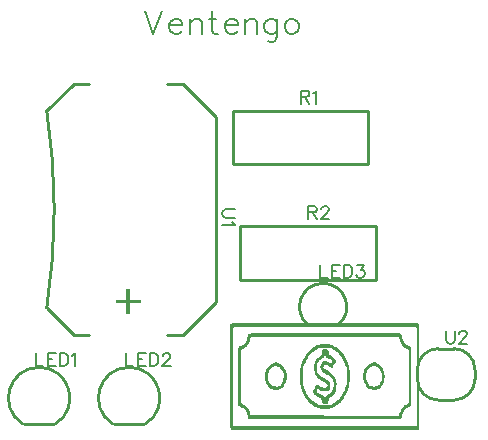
<source format=gto>
G04 Layer: TopSilkscreenLayer*
G04 EasyEDA v6.5.50, 2025-06-19 07:24:45*
G04 7d549219ca2640139f8de253ff9de405,3f078cb1506742e7acfa9f53f525b8a4,10*
G04 Gerber Generator version 0.2*
G04 Scale: 100 percent, Rotated: No, Reflected: No *
G04 Dimensions in millimeters *
G04 leading zeros omitted , absolute positions ,4 integer and 5 decimal *
%FSLAX45Y45*%
%MOMM*%

%ADD10C,0.2032*%
%ADD11C,0.1524*%
%ADD12C,0.2540*%
%ADD13C,0.0153*%

%LPD*%
G36*
X4635449Y2985414D02*
G01*
X3063544Y2985312D01*
X3054045Y2977337D01*
X3050032Y2977337D01*
X3050032Y2127859D01*
X3071469Y2127859D01*
X3071469Y2942996D01*
X3072333Y2948635D01*
X3079445Y2951734D01*
X3088436Y2952953D01*
X4617923Y2952750D01*
X4627067Y2948736D01*
X4628642Y2938576D01*
X4628642Y2132228D01*
X4627067Y2122068D01*
X4617212Y2118055D01*
X3082188Y2118055D01*
X3072333Y2122068D01*
X3071469Y2127859D01*
X3050032Y2127859D01*
X3050032Y2094382D01*
X3054705Y2094382D01*
X3056636Y2091385D01*
X3063798Y2085390D01*
X4635449Y2085390D01*
X4643882Y2091791D01*
X4647996Y2099106D01*
X4650079Y2108149D01*
X4650079Y2962706D01*
X4647996Y2971698D01*
X4643882Y2979013D01*
G37*
G36*
X3223869Y2899257D02*
G01*
X3212795Y2897835D01*
X3207461Y2896108D01*
X3202736Y2890164D01*
X3198672Y2879547D01*
X3198672Y2875838D01*
X3194558Y2855976D01*
X3189579Y2845409D01*
X3182416Y2826613D01*
X3176168Y2818942D01*
X3163112Y2804820D01*
X3151987Y2799537D01*
X3137509Y2794609D01*
X3126435Y2790240D01*
X3121152Y2783687D01*
X3118358Y2777845D01*
X3116478Y2763977D01*
X3116478Y2318461D01*
X3139897Y2318461D01*
X3139897Y2752547D01*
X3144418Y2763977D01*
X3154070Y2766822D01*
X3161690Y2771800D01*
X3163722Y2774035D01*
X3173425Y2778099D01*
X3177590Y2780792D01*
X3182569Y2786380D01*
X3190494Y2793492D01*
X3199638Y2807817D01*
X3204362Y2813964D01*
X3207054Y2821838D01*
X3214268Y2835554D01*
X3217926Y2847187D01*
X3220008Y2857042D01*
X3225038Y2867304D01*
X4474311Y2867304D01*
X4479290Y2857906D01*
X4483557Y2840939D01*
X4488484Y2829306D01*
X4491888Y2823464D01*
X4494682Y2815234D01*
X4501794Y2804922D01*
X4508449Y2793847D01*
X4516983Y2786024D01*
X4521860Y2780792D01*
X4525975Y2778099D01*
X4535373Y2774137D01*
X4545025Y2766872D01*
X4555032Y2763977D01*
X4559503Y2752547D01*
X4559503Y2318308D01*
X4555032Y2306828D01*
X4545025Y2303983D01*
X4535373Y2296718D01*
X4525975Y2292705D01*
X4521860Y2290064D01*
X4516983Y2284780D01*
X4508601Y2277059D01*
X4499813Y2262987D01*
X4495088Y2256891D01*
X4491024Y2246020D01*
X4484268Y2231999D01*
X4478629Y2211832D01*
X4474514Y2203500D01*
X3224580Y2203958D01*
X3220008Y2213813D01*
X3217926Y2223617D01*
X3214268Y2235200D01*
X3205581Y2252065D01*
X3205581Y2254402D01*
X3198266Y2264765D01*
X3190544Y2277313D01*
X3182569Y2284476D01*
X3177590Y2290013D01*
X3174593Y2292045D01*
X3164433Y2296769D01*
X3158896Y2301646D01*
X3154476Y2304592D01*
X3143961Y2307336D01*
X3139897Y2318461D01*
X3116478Y2318461D01*
X3116478Y2306828D01*
X3118358Y2292959D01*
X3121152Y2287168D01*
X3126435Y2280615D01*
X3137509Y2276246D01*
X3151987Y2271318D01*
X3163316Y2265934D01*
X3175152Y2252726D01*
X3179216Y2250033D01*
X3182874Y2243886D01*
X3189071Y2225598D01*
X3194354Y2215540D01*
X3198672Y2196084D01*
X3198672Y2191410D01*
X3201924Y2182469D01*
X3206902Y2175052D01*
X3216960Y2171750D01*
X4482439Y2171750D01*
X4492498Y2175052D01*
X4497476Y2182469D01*
X4500727Y2191410D01*
X4500778Y2194763D01*
X4505858Y2215591D01*
X4509871Y2224125D01*
X4516475Y2243632D01*
X4519523Y2249170D01*
X4526686Y2255113D01*
X4535627Y2265527D01*
X4544669Y2270861D01*
X4561230Y2275992D01*
X4573422Y2280767D01*
X4580229Y2290368D01*
X4582668Y2299665D01*
X4583074Y2761284D01*
X4581550Y2775610D01*
X4578908Y2782824D01*
X4572965Y2790240D01*
X4561941Y2794660D01*
X4545533Y2799435D01*
X4536795Y2804058D01*
X4526686Y2815691D01*
X4519523Y2821635D01*
X4516526Y2827121D01*
X4509312Y2848102D01*
X4505858Y2855264D01*
X4499356Y2884170D01*
X4493056Y2895041D01*
X4487265Y2896971D01*
X4482439Y2899054D01*
G37*
G36*
X3843832Y2812542D02*
G01*
X3837635Y2811780D01*
X3817569Y2808122D01*
X3803040Y2803956D01*
X3788562Y2801061D01*
X3778300Y2797454D01*
X3768090Y2791358D01*
X3760215Y2785262D01*
X3750818Y2781300D01*
X3738778Y2770124D01*
X3729228Y2764434D01*
X3720795Y2756611D01*
X3715969Y2750566D01*
X3706977Y2741371D01*
X3687572Y2715666D01*
X3682593Y2705862D01*
X3678174Y2700477D01*
X3672230Y2689758D01*
X3667861Y2677972D01*
X3662273Y2669235D01*
X3659428Y2662021D01*
X3656228Y2649829D01*
X3651300Y2639314D01*
X3647236Y2627630D01*
X3644493Y2614574D01*
X3642207Y2595778D01*
X3639058Y2577033D01*
X3635908Y2550160D01*
X3635959Y2519730D01*
X3636378Y2516174D01*
X3661460Y2516174D01*
X3661460Y2554630D01*
X3663187Y2584196D01*
X3665169Y2602941D01*
X3676904Y2635351D01*
X3681628Y2651760D01*
X3686708Y2659735D01*
X3691991Y2674518D01*
X3704336Y2691638D01*
X3710279Y2704033D01*
X3715613Y2708960D01*
X3719423Y2715869D01*
X3729024Y2723591D01*
X3742232Y2739593D01*
X3749852Y2743911D01*
X3753967Y2746857D01*
X3760520Y2753461D01*
X3777487Y2760980D01*
X3797046Y2774238D01*
X3818280Y2777642D01*
X3888079Y2777185D01*
X3901897Y2774340D01*
X3923995Y2759964D01*
X3938066Y2754833D01*
X3942689Y2750718D01*
X3946804Y2745740D01*
X3957167Y2739542D01*
X3970426Y2723591D01*
X3979976Y2715869D01*
X3983786Y2708960D01*
X3989120Y2704033D01*
X3995115Y2691638D01*
X4007459Y2674518D01*
X4010761Y2664663D01*
X4013047Y2659329D01*
X4017822Y2651556D01*
X4022496Y2635351D01*
X4034231Y2602941D01*
X4036263Y2584196D01*
X4037990Y2554630D01*
X4037990Y2516174D01*
X4036263Y2486660D01*
X4034231Y2467864D01*
X4022496Y2435453D01*
X4017924Y2419451D01*
X4012285Y2410256D01*
X4007104Y2394153D01*
X3995165Y2379319D01*
X3988968Y2366314D01*
X3986682Y2365349D01*
X3980535Y2356866D01*
X3979976Y2355037D01*
X3969664Y2346452D01*
X3958894Y2331720D01*
X3946398Y2324963D01*
X3939286Y2317699D01*
X3926890Y2311755D01*
X3901897Y2296515D01*
X3886708Y2293924D01*
X3860393Y2292096D01*
X3834129Y2292096D01*
X3812032Y2293975D01*
X3797503Y2296566D01*
X3772509Y2311755D01*
X3759962Y2317800D01*
X3753967Y2323998D01*
X3749852Y2326944D01*
X3742232Y2331262D01*
X3729024Y2347214D01*
X3719423Y2354935D01*
X3715613Y2361844D01*
X3710279Y2366772D01*
X3704285Y2379319D01*
X3692296Y2394153D01*
X3687165Y2410155D01*
X3681222Y2420061D01*
X3675430Y2441905D01*
X3665270Y2467102D01*
X3663187Y2486660D01*
X3661460Y2516174D01*
X3636378Y2516174D01*
X3638905Y2494686D01*
X3642309Y2474112D01*
X3645103Y2452065D01*
X3648608Y2438704D01*
X3652875Y2427681D01*
X3656329Y2420620D01*
X3659632Y2408123D01*
X3663289Y2399893D01*
X3667760Y2391816D01*
X3670604Y2383383D01*
X3674872Y2375306D01*
X3684168Y2362098D01*
X3689553Y2352090D01*
X3710432Y2325522D01*
X3718051Y2319070D01*
X3722166Y2313381D01*
X3730650Y2305507D01*
X3738778Y2300732D01*
X3750919Y2289454D01*
X3760876Y2285390D01*
X3768445Y2279294D01*
X3778300Y2273350D01*
X3788562Y2269744D01*
X3803040Y2266848D01*
X3817975Y2262581D01*
X3839006Y2258618D01*
X3860393Y2258618D01*
X3881475Y2262581D01*
X3896360Y2266848D01*
X3910888Y2269744D01*
X3920947Y2273300D01*
X3929989Y2278583D01*
X3938117Y2284984D01*
X3947566Y2289149D01*
X3952341Y2292248D01*
X3960368Y2300325D01*
X3969613Y2306167D01*
X3976522Y2312873D01*
X3982770Y2320340D01*
X3988968Y2325573D01*
X4009847Y2352090D01*
X4015232Y2362047D01*
X4023309Y2373833D01*
X4027220Y2381199D01*
X4031335Y2392172D01*
X4037533Y2402535D01*
X4039920Y2408732D01*
X4043172Y2420975D01*
X4048099Y2431542D01*
X4052214Y2443175D01*
X4054906Y2456230D01*
X4057192Y2475026D01*
X4060494Y2494330D01*
X4063542Y2521559D01*
X4063542Y2549296D01*
X4060494Y2576525D01*
X4057192Y2595778D01*
X4054906Y2614574D01*
X4052214Y2627630D01*
X4048099Y2639314D01*
X4043172Y2649829D01*
X4039920Y2662123D01*
X4037533Y2668270D01*
X4031335Y2678684D01*
X4027170Y2689758D01*
X4021277Y2700477D01*
X4016857Y2705862D01*
X4011828Y2715666D01*
X3991356Y2742692D01*
X3983583Y2749702D01*
X3975150Y2759557D01*
X3968546Y2765450D01*
X3960622Y2770124D01*
X3948582Y2781300D01*
X3939235Y2785313D01*
X3927449Y2794000D01*
X3917086Y2799130D01*
X3898442Y2804515D01*
X3881170Y2808224D01*
X3861917Y2811881D01*
G37*
G36*
X3845204Y2769616D02*
G01*
X3836212Y2766060D01*
X3826967Y2757170D01*
X3824173Y2751328D01*
X3822090Y2726944D01*
X3818432Y2715209D01*
X3816553Y2715209D01*
X3804615Y2709418D01*
X3796436Y2700223D01*
X3788562Y2694787D01*
X3782669Y2688285D01*
X3775811Y2675432D01*
X3770985Y2670454D01*
X3767582Y2662885D01*
X3764584Y2650388D01*
X3760520Y2637485D01*
X3756863Y2618181D01*
X3756863Y2611018D01*
X3781602Y2611018D01*
X3783990Y2628900D01*
X3786987Y2645918D01*
X3789476Y2652318D01*
X3796334Y2661412D01*
X3800094Y2669692D01*
X3807917Y2674772D01*
X3816451Y2684678D01*
X3818940Y2685592D01*
X3827272Y2687624D01*
X3836212Y2691384D01*
X3843934Y2701391D01*
X3847541Y2715666D01*
X3849217Y2727299D01*
X3854094Y2739847D01*
X3856583Y2732684D01*
X3857853Y2723743D01*
X3859326Y2708910D01*
X3862222Y2700477D01*
X3866642Y2694482D01*
X3871722Y2690266D01*
X3890111Y2686405D01*
X3898595Y2683052D01*
X3903979Y2677464D01*
X3908094Y2674772D01*
X3912615Y2669235D01*
X3911701Y2657551D01*
X3908196Y2651150D01*
X3899306Y2647848D01*
X3896360Y2650236D01*
X3881170Y2660396D01*
X3858768Y2662682D01*
X3839667Y2661818D01*
X3829507Y2657195D01*
X3824071Y2652522D01*
X3819093Y2642311D01*
X3813962Y2635046D01*
X3811066Y2623515D01*
X3810152Y2611577D01*
X3813251Y2599385D01*
X3822141Y2583840D01*
X3829304Y2577642D01*
X3834333Y2571343D01*
X3841089Y2566924D01*
X3848150Y2564180D01*
X3852824Y2561132D01*
X3863035Y2553106D01*
X3869385Y2549601D01*
X3881120Y2545994D01*
X3885285Y2543200D01*
X3892194Y2535174D01*
X3900525Y2529890D01*
X3903878Y2524099D01*
X3909314Y2518867D01*
X3915156Y2508148D01*
X3921404Y2492908D01*
X3925925Y2475941D01*
X3926636Y2463800D01*
X3924909Y2449982D01*
X3921658Y2435656D01*
X3918458Y2425801D01*
X3907434Y2403449D01*
X3894429Y2392324D01*
X3890721Y2387752D01*
X3883609Y2384247D01*
X3873550Y2382266D01*
X3867912Y2379065D01*
X3862832Y2372563D01*
X3860037Y2365400D01*
X3857091Y2342642D01*
X3854145Y2333802D01*
X3850284Y2342286D01*
X3846829Y2357729D01*
X3842969Y2368550D01*
X3837635Y2375509D01*
X3828338Y2381351D01*
X3820312Y2382520D01*
X3807917Y2385364D01*
X3800957Y2388819D01*
X3796487Y2393289D01*
X3788867Y2397607D01*
X3783482Y2402027D01*
X3782314Y2413304D01*
X3786022Y2424938D01*
X3790899Y2429611D01*
X3800957Y2424938D01*
X3808577Y2417470D01*
X3818280Y2411272D01*
X3828643Y2409291D01*
X3850741Y2407310D01*
X3861104Y2408478D01*
X3872179Y2411272D01*
X3874719Y2413000D01*
X3889451Y2430830D01*
X3892397Y2437079D01*
X3894277Y2450846D01*
X3894277Y2474112D01*
X3890873Y2483053D01*
X3876090Y2501138D01*
X3867150Y2506624D01*
X3859733Y2513990D01*
X3848658Y2521102D01*
X3839006Y2523947D01*
X3830421Y2527452D01*
X3825849Y2531821D01*
X3812844Y2539949D01*
X3805783Y2548382D01*
X3794302Y2560929D01*
X3790442Y2564079D01*
X3787343Y2573426D01*
X3782466Y2597607D01*
X3781602Y2611018D01*
X3756863Y2611018D01*
X3756863Y2600299D01*
X3759301Y2589530D01*
X3764584Y2571648D01*
X3766007Y2562504D01*
X3768953Y2552344D01*
X3776167Y2542133D01*
X3779316Y2535478D01*
X3785108Y2529636D01*
X3786886Y2526436D01*
X3796741Y2516276D01*
X3809644Y2509570D01*
X3815994Y2502357D01*
X3823106Y2498953D01*
X3834637Y2494889D01*
X3841750Y2488641D01*
X3863898Y2474823D01*
X3866184Y2471420D01*
X3872280Y2459583D01*
X3867200Y2448661D01*
X3864711Y2445054D01*
X3854500Y2436114D01*
X3842207Y2436114D01*
X3826560Y2442210D01*
X3818890Y2446426D01*
X3812032Y2451963D01*
X3801821Y2458923D01*
X3797503Y2464866D01*
X3791661Y2469388D01*
X3780942Y2466340D01*
X3768394Y2449982D01*
X3764432Y2437434D01*
X3757218Y2427224D01*
X3752850Y2415794D01*
X3751478Y2402738D01*
X3752240Y2398776D01*
X3760876Y2386330D01*
X3769868Y2376576D01*
X3773322Y2373833D01*
X3779977Y2370632D01*
X3787140Y2364333D01*
X3793490Y2360168D01*
X3801668Y2357526D01*
X3812032Y2355494D01*
X3818280Y2350312D01*
X3820820Y2344775D01*
X3823258Y2331008D01*
X3824122Y2319477D01*
X3827170Y2313736D01*
X3835654Y2306269D01*
X3844544Y2302611D01*
X3865270Y2303576D01*
X3872433Y2305608D01*
X3877970Y2313432D01*
X3880104Y2320036D01*
X3881424Y2334564D01*
X3882796Y2343708D01*
X3887825Y2354783D01*
X3903522Y2362911D01*
X3906012Y2366467D01*
X3918559Y2376017D01*
X3931818Y2394051D01*
X3934968Y2402535D01*
X3940860Y2412390D01*
X3945686Y2424938D01*
X3947160Y2441905D01*
X3948379Y2471420D01*
X3947109Y2491130D01*
X3945077Y2503576D01*
X3941267Y2513380D01*
X3934917Y2522423D01*
X3929837Y2534970D01*
X3924300Y2540050D01*
X3918915Y2549448D01*
X3913581Y2554935D01*
X3901440Y2562199D01*
X3893921Y2571089D01*
X3883202Y2576525D01*
X3870096Y2585212D01*
X3863898Y2589885D01*
X3850741Y2594711D01*
X3844544Y2598775D01*
X3841953Y2604465D01*
X3837686Y2610713D01*
X3839362Y2623312D01*
X3845153Y2634691D01*
X3859733Y2634691D01*
X3871468Y2631084D01*
X3881831Y2625547D01*
X3886708Y2620721D01*
X3891534Y2617063D01*
X3907536Y2608783D01*
X3909212Y2608783D01*
X3916527Y2614828D01*
X3929887Y2636977D01*
X3934917Y2650388D01*
X3940048Y2657652D01*
X3943146Y2669692D01*
X3938371Y2682595D01*
X3929938Y2694330D01*
X3919169Y2701086D01*
X3912209Y2707995D01*
X3907129Y2710738D01*
X3891534Y2715463D01*
X3889654Y2717393D01*
X3884472Y2727299D01*
X3880815Y2741218D01*
X3880815Y2751074D01*
X3877462Y2759608D01*
X3871417Y2766872D01*
X3860393Y2768854D01*
G37*
G36*
X3439718Y2653487D02*
G01*
X3429863Y2653233D01*
X3424986Y2652623D01*
X3413963Y2649677D01*
X3407054Y2645765D01*
X3398113Y2643479D01*
X3390696Y2639923D01*
X3386124Y2634742D01*
X3373882Y2624175D01*
X3366109Y2615133D01*
X3360165Y2602077D01*
X3352698Y2590444D01*
X3348634Y2579674D01*
X3346653Y2568092D01*
X3343803Y2536190D01*
X3366566Y2536190D01*
X3366566Y2542997D01*
X3368903Y2564485D01*
X3373526Y2574340D01*
X3373526Y2576271D01*
X3377133Y2580589D01*
X3387293Y2597861D01*
X3391814Y2601976D01*
X3401415Y2612593D01*
X3407359Y2615996D01*
X3420160Y2619705D01*
X3431235Y2622092D01*
X3442309Y2621432D01*
X3456787Y2617622D01*
X3467658Y2613914D01*
X3473399Y2606344D01*
X3481120Y2599842D01*
X3482543Y2595778D01*
X3495344Y2577338D01*
X3499967Y2548280D01*
X3502050Y2540558D01*
X3502050Y2530957D01*
X3499307Y2517952D01*
X3495243Y2492908D01*
X3484727Y2478582D01*
X3480562Y2470404D01*
X3474923Y2466086D01*
X3467049Y2456992D01*
X3456127Y2453182D01*
X3440887Y2449322D01*
X3423615Y2450287D01*
X3407511Y2454757D01*
X3401415Y2458212D01*
X3391814Y2468829D01*
X3387191Y2473045D01*
X3377844Y2489352D01*
X3374085Y2493822D01*
X3368801Y2507284D01*
X3366617Y2529332D01*
X3366566Y2536190D01*
X3343803Y2536190D01*
X3343656Y2534513D01*
X3346551Y2503474D01*
X3349091Y2491028D01*
X3353815Y2479497D01*
X3360013Y2468778D01*
X3366109Y2455722D01*
X3374542Y2446121D01*
X3386277Y2436723D01*
X3392373Y2429814D01*
X3400806Y2426462D01*
X3406851Y2425192D01*
X3413963Y2421178D01*
X3424326Y2418181D01*
X3438804Y2417114D01*
X3451707Y2420061D01*
X3463036Y2425242D01*
X3471316Y2427376D01*
X3480663Y2433472D01*
X3485896Y2439568D01*
X3496513Y2446985D01*
X3500069Y2452471D01*
X3504133Y2462885D01*
X3506622Y2464612D01*
X3514344Y2477719D01*
X3517137Y2483967D01*
X3520897Y2499156D01*
X3525062Y2513482D01*
X3526891Y2526893D01*
X3526891Y2543911D01*
X3525062Y2557322D01*
X3520846Y2571648D01*
X3516934Y2587701D01*
X3511804Y2598013D01*
X3502863Y2609596D01*
X3500170Y2617470D01*
X3495040Y2624785D01*
X3485896Y2631287D01*
X3480003Y2637993D01*
X3471316Y2643479D01*
X3463036Y2645714D01*
X3451098Y2650693D01*
G37*
G36*
X4275734Y2653487D02*
G01*
X4258513Y2653284D01*
X4255770Y2652420D01*
X4239158Y2646172D01*
X4228388Y2643632D01*
X4219803Y2638094D01*
X4213402Y2630373D01*
X4203852Y2624124D01*
X4198772Y2616911D01*
X4195267Y2607919D01*
X4192778Y2606192D01*
X4185056Y2593086D01*
X4182262Y2586837D01*
X4178554Y2571648D01*
X4174388Y2557322D01*
X4172508Y2543911D01*
X4172508Y2530957D01*
X4197350Y2530957D01*
X4197350Y2540558D01*
X4199483Y2548280D01*
X4204055Y2577338D01*
X4216908Y2595778D01*
X4218330Y2599842D01*
X4226052Y2606344D01*
X4231690Y2613812D01*
X4240530Y2616860D01*
X4254347Y2620568D01*
X4266539Y2622194D01*
X4276496Y2620264D01*
X4293768Y2615692D01*
X4299305Y2612339D01*
X4304131Y2606090D01*
X4312666Y2597251D01*
X4319270Y2585059D01*
X4324959Y2576118D01*
X4330598Y2563571D01*
X4332833Y2541524D01*
X4332833Y2529332D01*
X4330598Y2507234D01*
X4324959Y2494686D01*
X4319270Y2485745D01*
X4312666Y2473604D01*
X4304131Y2464714D01*
X4299305Y2458466D01*
X4293616Y2454859D01*
X4277207Y2450541D01*
X4266133Y2448661D01*
X4254347Y2450287D01*
X4239869Y2454097D01*
X4231233Y2457704D01*
X4227068Y2464562D01*
X4219752Y2469896D01*
X4214063Y2479497D01*
X4204157Y2492908D01*
X4200093Y2517952D01*
X4197350Y2530957D01*
X4172508Y2530957D01*
X4172508Y2526893D01*
X4174388Y2513482D01*
X4178554Y2499156D01*
X4182262Y2483967D01*
X4185462Y2476804D01*
X4193946Y2462936D01*
X4195267Y2462936D01*
X4199534Y2451760D01*
X4203903Y2445766D01*
X4212894Y2439873D01*
X4220616Y2431694D01*
X4228490Y2427173D01*
X4239158Y2424684D01*
X4256430Y2417826D01*
X4271670Y2417978D01*
X4285589Y2421636D01*
X4291025Y2424582D01*
X4303318Y2428138D01*
X4309872Y2431796D01*
X4313123Y2436266D01*
X4324299Y2445004D01*
X4334611Y2458008D01*
X4339336Y2470556D01*
X4345736Y2480614D01*
X4350105Y2490470D01*
X4352899Y2504490D01*
X4355846Y2534970D01*
X4353407Y2561793D01*
X4350766Y2577896D01*
X4346194Y2590444D01*
X4339336Y2602077D01*
X4332782Y2615844D01*
X4324197Y2625547D01*
X4313834Y2634132D01*
X4308805Y2639872D01*
X4301286Y2643479D01*
X4292396Y2645714D01*
X4287570Y2648813D01*
G37*
D10*
X2324100Y5627878D02*
G01*
X2398013Y5434076D01*
X2471927Y5627878D02*
G01*
X2398013Y5434076D01*
X2532888Y5507989D02*
G01*
X2643631Y5507989D01*
X2643631Y5526278D01*
X2634488Y5544820D01*
X2625090Y5553963D01*
X2606802Y5563362D01*
X2579115Y5563362D01*
X2560574Y5553963D01*
X2542031Y5535676D01*
X2532888Y5507989D01*
X2532888Y5489447D01*
X2542031Y5461762D01*
X2560574Y5443220D01*
X2579115Y5434076D01*
X2606802Y5434076D01*
X2625090Y5443220D01*
X2643631Y5461762D01*
X2704591Y5563362D02*
G01*
X2704591Y5434076D01*
X2704591Y5526278D02*
G01*
X2732277Y5553963D01*
X2750820Y5563362D01*
X2778506Y5563362D01*
X2797047Y5553963D01*
X2806191Y5526278D01*
X2806191Y5434076D01*
X2894838Y5627878D02*
G01*
X2894838Y5470905D01*
X2904236Y5443220D01*
X2922524Y5434076D01*
X2941065Y5434076D01*
X2867152Y5563362D02*
G01*
X2931922Y5563362D01*
X3002025Y5507989D02*
G01*
X3112770Y5507989D01*
X3112770Y5526278D01*
X3103625Y5544820D01*
X3094481Y5553963D01*
X3075940Y5563362D01*
X3048254Y5563362D01*
X3029711Y5553963D01*
X3011170Y5535676D01*
X3002025Y5507989D01*
X3002025Y5489447D01*
X3011170Y5461762D01*
X3029711Y5443220D01*
X3048254Y5434076D01*
X3075940Y5434076D01*
X3094481Y5443220D01*
X3112770Y5461762D01*
X3173729Y5563362D02*
G01*
X3173729Y5434076D01*
X3173729Y5526278D02*
G01*
X3201670Y5553963D01*
X3219958Y5563362D01*
X3247643Y5563362D01*
X3266186Y5553963D01*
X3275329Y5526278D01*
X3275329Y5434076D01*
X3447288Y5563362D02*
G01*
X3447288Y5415534D01*
X3437890Y5387847D01*
X3428745Y5378450D01*
X3410204Y5369305D01*
X3382518Y5369305D01*
X3364229Y5378450D01*
X3447288Y5535676D02*
G01*
X3428745Y5553963D01*
X3410204Y5563362D01*
X3382518Y5563362D01*
X3364229Y5553963D01*
X3345688Y5535676D01*
X3336290Y5507989D01*
X3336290Y5489447D01*
X3345688Y5461762D01*
X3364229Y5443220D01*
X3382518Y5434076D01*
X3410204Y5434076D01*
X3428745Y5443220D01*
X3447288Y5461762D01*
X3554475Y5563362D02*
G01*
X3535934Y5553963D01*
X3517391Y5535676D01*
X3508247Y5507989D01*
X3508247Y5489447D01*
X3517391Y5461762D01*
X3535934Y5443220D01*
X3554475Y5434076D01*
X3582161Y5434076D01*
X3600450Y5443220D01*
X3618991Y5461762D01*
X3628390Y5489447D01*
X3628390Y5507989D01*
X3618991Y5535676D01*
X3600450Y5553963D01*
X3582161Y5563362D01*
X3554475Y5563362D01*
D11*
X3810000Y3480815D02*
G01*
X3810000Y3371850D01*
X3810000Y3371850D02*
G01*
X3872229Y3371850D01*
X3906520Y3480815D02*
G01*
X3906520Y3371850D01*
X3906520Y3480815D02*
G01*
X3974084Y3480815D01*
X3906520Y3429000D02*
G01*
X3948175Y3429000D01*
X3906520Y3371850D02*
G01*
X3974084Y3371850D01*
X4008374Y3480815D02*
G01*
X4008374Y3371850D01*
X4008374Y3480815D02*
G01*
X4044950Y3480815D01*
X4060443Y3475736D01*
X4070858Y3465321D01*
X4075938Y3454907D01*
X4081272Y3439160D01*
X4081272Y3413252D01*
X4075938Y3397757D01*
X4070858Y3387344D01*
X4060443Y3376929D01*
X4044950Y3371850D01*
X4008374Y3371850D01*
X4125975Y3480815D02*
G01*
X4183125Y3480815D01*
X4151884Y3439160D01*
X4167377Y3439160D01*
X4177791Y3434079D01*
X4183125Y3429000D01*
X4188206Y3413252D01*
X4188206Y3402837D01*
X4183125Y3387344D01*
X4172711Y3376929D01*
X4156963Y3371850D01*
X4141470Y3371850D01*
X4125975Y3376929D01*
X4120641Y3382010D01*
X4115561Y3392423D01*
X4876800Y2922015D02*
G01*
X4876800Y2844037D01*
X4881879Y2828544D01*
X4892293Y2818129D01*
X4908041Y2813050D01*
X4918456Y2813050D01*
X4933950Y2818129D01*
X4944363Y2828544D01*
X4949443Y2844037D01*
X4949443Y2922015D01*
X4989068Y2896107D02*
G01*
X4989068Y2901187D01*
X4994147Y2911602D01*
X4999481Y2916936D01*
X5009895Y2922015D01*
X5030470Y2922015D01*
X5040884Y2916936D01*
X5046218Y2911602D01*
X5051297Y2901187D01*
X5051297Y2890773D01*
X5046218Y2880360D01*
X5035804Y2864865D01*
X4983734Y2813050D01*
X5056631Y2813050D01*
X1405300Y2731515D02*
G01*
X1405300Y2622550D01*
X1405300Y2622550D02*
G01*
X1467530Y2622550D01*
X1501820Y2731515D02*
G01*
X1501820Y2622550D01*
X1501820Y2731515D02*
G01*
X1569384Y2731515D01*
X1501820Y2679700D02*
G01*
X1543476Y2679700D01*
X1501820Y2622550D02*
G01*
X1569384Y2622550D01*
X1603674Y2731515D02*
G01*
X1603674Y2622550D01*
X1603674Y2731515D02*
G01*
X1640250Y2731515D01*
X1655744Y2726436D01*
X1666158Y2716021D01*
X1671238Y2705607D01*
X1676572Y2689860D01*
X1676572Y2663952D01*
X1671238Y2648457D01*
X1666158Y2638044D01*
X1655744Y2627629D01*
X1640250Y2622550D01*
X1603674Y2622550D01*
X1710862Y2710687D02*
G01*
X1721276Y2716021D01*
X1736770Y2731515D01*
X1736770Y2622550D01*
X2167300Y2731515D02*
G01*
X2167300Y2622550D01*
X2167300Y2622550D02*
G01*
X2229530Y2622550D01*
X2263820Y2731515D02*
G01*
X2263820Y2622550D01*
X2263820Y2731515D02*
G01*
X2331384Y2731515D01*
X2263820Y2679700D02*
G01*
X2305476Y2679700D01*
X2263820Y2622550D02*
G01*
X2331384Y2622550D01*
X2365674Y2731515D02*
G01*
X2365674Y2622550D01*
X2365674Y2731515D02*
G01*
X2402250Y2731515D01*
X2417744Y2726436D01*
X2428158Y2716021D01*
X2433238Y2705607D01*
X2438572Y2689860D01*
X2438572Y2663952D01*
X2433238Y2648457D01*
X2428158Y2638044D01*
X2417744Y2627629D01*
X2402250Y2622550D01*
X2365674Y2622550D01*
X2477942Y2705607D02*
G01*
X2477942Y2710687D01*
X2483276Y2721102D01*
X2488356Y2726436D01*
X2498770Y2731515D01*
X2519598Y2731515D01*
X2530012Y2726436D01*
X2535092Y2721102D01*
X2540426Y2710687D01*
X2540426Y2700273D01*
X2535092Y2689860D01*
X2524678Y2674365D01*
X2472862Y2622550D01*
X2545506Y2622550D01*
X3644900Y4954015D02*
G01*
X3644900Y4845050D01*
X3644900Y4954015D02*
G01*
X3691636Y4954015D01*
X3707129Y4948936D01*
X3712463Y4943602D01*
X3717543Y4933187D01*
X3717543Y4922773D01*
X3712463Y4912360D01*
X3707129Y4907279D01*
X3691636Y4902200D01*
X3644900Y4902200D01*
X3681222Y4902200D02*
G01*
X3717543Y4845050D01*
X3751834Y4933187D02*
G01*
X3762247Y4938521D01*
X3777995Y4954015D01*
X3777995Y4845050D01*
X3708400Y3976115D02*
G01*
X3708400Y3867150D01*
X3708400Y3976115D02*
G01*
X3755136Y3976115D01*
X3770629Y3971036D01*
X3775963Y3965702D01*
X3781043Y3955287D01*
X3781043Y3944873D01*
X3775963Y3934460D01*
X3770629Y3929379D01*
X3755136Y3924300D01*
X3708400Y3924300D01*
X3744722Y3924300D02*
G01*
X3781043Y3867150D01*
X3820668Y3950207D02*
G01*
X3820668Y3955287D01*
X3825747Y3965702D01*
X3831081Y3971036D01*
X3841495Y3976115D01*
X3862070Y3976115D01*
X3872484Y3971036D01*
X3877818Y3965702D01*
X3882897Y3955287D01*
X3882897Y3944873D01*
X3877818Y3934460D01*
X3867404Y3918965D01*
X3815334Y3867150D01*
X3888231Y3867150D01*
X3087115Y3949700D02*
G01*
X3009138Y3949700D01*
X2993643Y3944620D01*
X2983229Y3934205D01*
X2978150Y3918457D01*
X2978150Y3908044D01*
X2983229Y3892550D01*
X2993643Y3882136D01*
X3009138Y3877055D01*
X3087115Y3877055D01*
X3066288Y3842765D02*
G01*
X3071622Y3832352D01*
X3087115Y3816604D01*
X2978150Y3816604D01*
G36*
X2079396Y3184702D02*
G01*
X2079396Y3154680D01*
X2289403Y3154680D01*
X2289403Y3184702D01*
G37*
G36*
X2169414Y3274720D02*
G01*
X2169414Y3064713D01*
X2199386Y3064713D01*
X2199386Y3274720D01*
G37*
D12*
X3708400Y2968752D02*
G01*
X3963187Y2968218D01*
X5120640Y2593339D02*
G01*
X5120640Y2512060D01*
X4942840Y2334260D02*
G01*
X4810759Y2334260D01*
X4632959Y2512060D02*
G01*
X4632959Y2593339D01*
X4810759Y2771139D02*
G01*
X4942840Y2771139D01*
X1300700Y2129500D02*
G01*
X1560700Y2129500D01*
X2062700Y2129500D02*
G01*
X2322700Y2129500D01*
X3070859Y4333239D02*
G01*
X3070859Y4785360D01*
X3070859Y4785360D02*
G01*
X4218940Y4785360D01*
X4218940Y4785360D02*
G01*
X4218940Y4333239D01*
X4218940Y4333239D02*
G01*
X3070859Y4333239D01*
X3134359Y3355339D02*
G01*
X3134359Y3807460D01*
X3134359Y3807460D02*
G01*
X4282440Y3807460D01*
X4282440Y3807460D02*
G01*
X4282440Y3355339D01*
X4282440Y3355339D02*
G01*
X3134359Y3355339D01*
X1722899Y5013698D02*
G01*
X1721802Y5013698D01*
X1494901Y4786797D01*
X1722899Y2884700D02*
G01*
X1722800Y2884700D01*
X1494800Y3112701D01*
X1722899Y2884700D02*
G01*
X1856285Y2884700D01*
X1722899Y5013698D02*
G01*
X1856285Y5013698D01*
X2924898Y4734697D02*
G01*
X2924797Y4734697D01*
X2644797Y5014696D01*
X2924898Y3164700D02*
G01*
X2923898Y3164700D01*
X2644899Y2885701D01*
X2644899Y2885701D02*
G01*
X2512514Y2885701D01*
X2644797Y5014696D02*
G01*
X2512514Y5014696D01*
X2924898Y3164700D02*
G01*
X2924898Y4734697D01*
G75*
G01*
X3961943Y2968752D02*
G03*
X3708451Y2968752I-126746J154710D01*
G75*
G01*
X5120640Y2512060D02*
G02*
X4942840Y2334260I-177800J0D01*
G75*
G01*
X4810760Y2334260D02*
G02*
X4632960Y2512060I0J177800D01*
G75*
G01*
X4632960Y2593340D02*
G02*
X4810760Y2771140I177800J0D01*
G75*
G01*
X4942840Y2771140D02*
G02*
X5120640Y2593340I0J-177800D01*
G75*
G01*
X1568877Y2132330D02*
G03*
X1292525Y2132330I-138176J220244D01*
G75*
G01*
X2330877Y2132330D02*
G03*
X2054525Y2132330I-138176J220244D01*
G75*
G01*
X1494902Y4786798D02*
G02*
X1494790Y3112770I-5470594J-836649D01*
M02*

</source>
